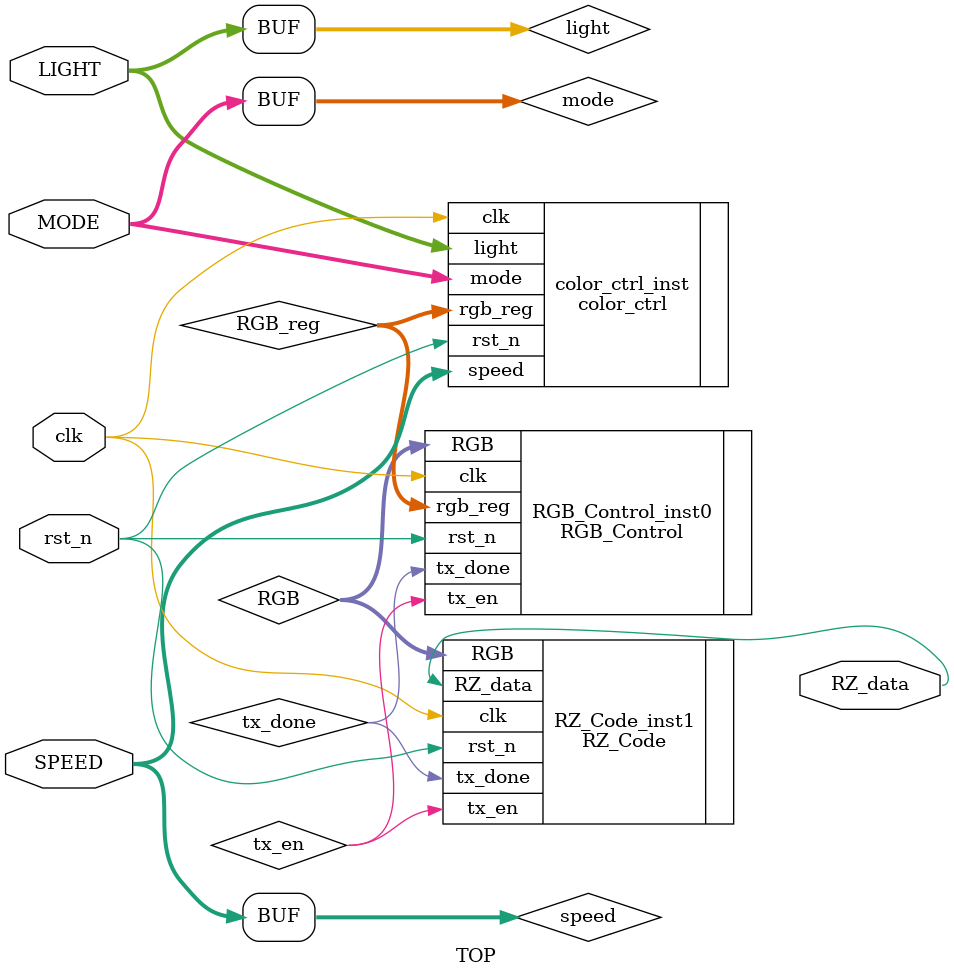
<source format=v>
module TOP(
	input	    clk  ,
	input 	    rst_n,
	input [2:0] MODE ,		//模式选择
	input [1:0] SPEED,		//速度调节
	input [1:0] LIGHT,		//亮度调节
	
	output 	RZ_data
);
//-------------------------------//
wire 	tx_en;
wire 	tx_done;
wire 	[23:0]	RGB;

wire [1439:0] RGB_reg;
wire [2:0] mode;
wire [1:0] speed;
wire [1:0] light;
parameter en = 1;

assign mode = MODE;
assign speed = SPEED;
assign light = LIGHT;
//-------------------------------//
RGB_Control		RGB_Control_inst0(
	.clk			(clk),
	.rst_n		(rst_n),
	.tx_done		(tx_done),
	.rgb_reg 	( RGB_reg[1439:0]),
	.tx_en		(tx_en),	
	.RGB			(RGB)
);
//-------------------------------//
RZ_Code			RZ_Code_inst1(
	.clk			(clk),
	.rst_n		(rst_n),
	.RGB			(RGB),
	.tx_en		(tx_en),	
	.tx_done		(tx_done),
	.RZ_data		(RZ_data)
);
//-------------------------------//
color_ctrl color_ctrl_inst(
	.clk			(clk),
	.rst_n		(rst_n),
	.mode			(mode[2:0]),
	.speed		(speed[1:0]),
	.light		(light[1:0]),
	.rgb_reg 	( RGB_reg[1439:0])
);

endmodule

</source>
